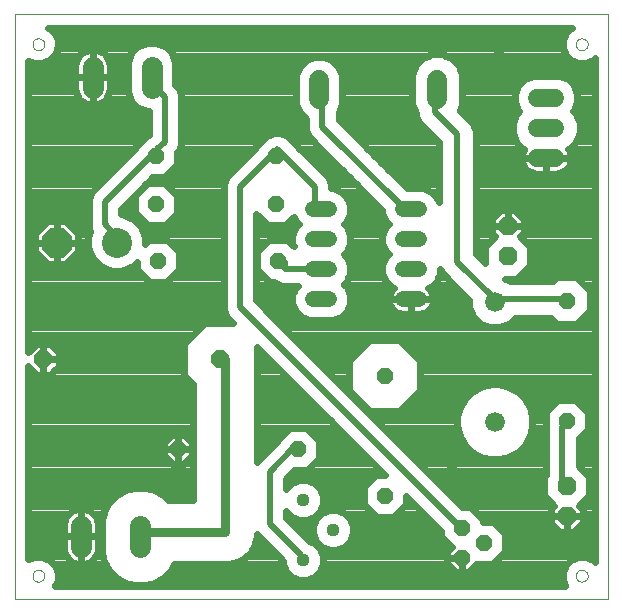
<source format=gtl>
G75*
G70*
%OFA0B0*%
%FSLAX24Y24*%
%IPPOS*%
%LPD*%
%AMOC8*
5,1,8,0,0,1.08239X$1,22.5*
%
%ADD10C,0.0000*%
%ADD11C,0.0520*%
%ADD12OC8,0.0600*%
%ADD13OC8,0.0630*%
%ADD14OC8,0.0520*%
%ADD15C,0.0600*%
%ADD16C,0.0660*%
%ADD17C,0.0650*%
%ADD18C,0.1000*%
%ADD19OC8,0.1000*%
%ADD20C,0.0440*%
%ADD21C,0.0705*%
%ADD22C,0.0240*%
%ADD23R,0.0356X0.0356*%
%ADD24C,0.0200*%
%ADD25C,0.0300*%
D10*
X000220Y000459D02*
X000220Y019955D01*
X019984Y019955D01*
X019984Y000459D01*
X000220Y000459D01*
X000810Y001247D02*
X000812Y001274D01*
X000818Y001301D01*
X000827Y001327D01*
X000840Y001351D01*
X000856Y001374D01*
X000875Y001393D01*
X000897Y001410D01*
X000921Y001424D01*
X000946Y001434D01*
X000973Y001441D01*
X001000Y001444D01*
X001028Y001443D01*
X001055Y001438D01*
X001081Y001430D01*
X001105Y001418D01*
X001128Y001402D01*
X001149Y001384D01*
X001166Y001363D01*
X001181Y001339D01*
X001192Y001314D01*
X001200Y001288D01*
X001204Y001261D01*
X001204Y001233D01*
X001200Y001206D01*
X001192Y001180D01*
X001181Y001155D01*
X001166Y001131D01*
X001149Y001110D01*
X001128Y001092D01*
X001106Y001076D01*
X001081Y001064D01*
X001055Y001056D01*
X001028Y001051D01*
X001000Y001050D01*
X000973Y001053D01*
X000946Y001060D01*
X000921Y001070D01*
X000897Y001084D01*
X000875Y001101D01*
X000856Y001120D01*
X000840Y001143D01*
X000827Y001167D01*
X000818Y001193D01*
X000812Y001220D01*
X000810Y001247D01*
X000810Y018963D02*
X000812Y018990D01*
X000818Y019017D01*
X000827Y019043D01*
X000840Y019067D01*
X000856Y019090D01*
X000875Y019109D01*
X000897Y019126D01*
X000921Y019140D01*
X000946Y019150D01*
X000973Y019157D01*
X001000Y019160D01*
X001028Y019159D01*
X001055Y019154D01*
X001081Y019146D01*
X001105Y019134D01*
X001128Y019118D01*
X001149Y019100D01*
X001166Y019079D01*
X001181Y019055D01*
X001192Y019030D01*
X001200Y019004D01*
X001204Y018977D01*
X001204Y018949D01*
X001200Y018922D01*
X001192Y018896D01*
X001181Y018871D01*
X001166Y018847D01*
X001149Y018826D01*
X001128Y018808D01*
X001106Y018792D01*
X001081Y018780D01*
X001055Y018772D01*
X001028Y018767D01*
X001000Y018766D01*
X000973Y018769D01*
X000946Y018776D01*
X000921Y018786D01*
X000897Y018800D01*
X000875Y018817D01*
X000856Y018836D01*
X000840Y018859D01*
X000827Y018883D01*
X000818Y018909D01*
X000812Y018936D01*
X000810Y018963D01*
X018921Y018963D02*
X018923Y018990D01*
X018929Y019017D01*
X018938Y019043D01*
X018951Y019067D01*
X018967Y019090D01*
X018986Y019109D01*
X019008Y019126D01*
X019032Y019140D01*
X019057Y019150D01*
X019084Y019157D01*
X019111Y019160D01*
X019139Y019159D01*
X019166Y019154D01*
X019192Y019146D01*
X019216Y019134D01*
X019239Y019118D01*
X019260Y019100D01*
X019277Y019079D01*
X019292Y019055D01*
X019303Y019030D01*
X019311Y019004D01*
X019315Y018977D01*
X019315Y018949D01*
X019311Y018922D01*
X019303Y018896D01*
X019292Y018871D01*
X019277Y018847D01*
X019260Y018826D01*
X019239Y018808D01*
X019217Y018792D01*
X019192Y018780D01*
X019166Y018772D01*
X019139Y018767D01*
X019111Y018766D01*
X019084Y018769D01*
X019057Y018776D01*
X019032Y018786D01*
X019008Y018800D01*
X018986Y018817D01*
X018967Y018836D01*
X018951Y018859D01*
X018938Y018883D01*
X018929Y018909D01*
X018923Y018936D01*
X018921Y018963D01*
X018921Y001247D02*
X018923Y001274D01*
X018929Y001301D01*
X018938Y001327D01*
X018951Y001351D01*
X018967Y001374D01*
X018986Y001393D01*
X019008Y001410D01*
X019032Y001424D01*
X019057Y001434D01*
X019084Y001441D01*
X019111Y001444D01*
X019139Y001443D01*
X019166Y001438D01*
X019192Y001430D01*
X019216Y001418D01*
X019239Y001402D01*
X019260Y001384D01*
X019277Y001363D01*
X019292Y001339D01*
X019303Y001314D01*
X019311Y001288D01*
X019315Y001261D01*
X019315Y001233D01*
X019311Y001206D01*
X019303Y001180D01*
X019292Y001155D01*
X019277Y001131D01*
X019260Y001110D01*
X019239Y001092D01*
X019217Y001076D01*
X019192Y001064D01*
X019166Y001056D01*
X019139Y001051D01*
X019111Y001050D01*
X019084Y001053D01*
X019057Y001060D01*
X019032Y001070D01*
X019008Y001084D01*
X018986Y001101D01*
X018967Y001120D01*
X018951Y001143D01*
X018938Y001167D01*
X018929Y001193D01*
X018923Y001220D01*
X018921Y001247D01*
D11*
X013693Y010459D02*
X013173Y010459D01*
X013173Y011459D02*
X013693Y011459D01*
X013693Y012459D02*
X013173Y012459D01*
X013173Y013459D02*
X013693Y013459D01*
X010693Y013459D02*
X010173Y013459D01*
X010173Y012459D02*
X010693Y012459D01*
X010693Y011459D02*
X010173Y011459D01*
X010173Y010459D02*
X010693Y010459D01*
D12*
X007064Y008459D03*
X001164Y008459D03*
D13*
X016645Y011908D03*
X016645Y012908D03*
X018614Y004235D03*
X018614Y003235D03*
D14*
X015864Y002353D03*
X015114Y001853D03*
X015114Y002853D03*
X012551Y003920D03*
X009657Y005459D03*
X012551Y007920D03*
X008996Y011751D03*
X008933Y013629D03*
X008933Y015247D03*
X004933Y015247D03*
X004933Y013629D03*
X004996Y011751D03*
X005657Y005459D03*
X018614Y006416D03*
X018614Y010416D03*
D15*
X018233Y015172D02*
X017633Y015172D01*
X017633Y016172D02*
X018233Y016172D01*
X018233Y017172D02*
X017633Y017172D01*
D16*
X016220Y010373D03*
X016220Y006373D03*
D17*
X014295Y017135D02*
X014295Y017784D01*
X010358Y017784D02*
X010358Y017135D01*
D18*
X003614Y012353D03*
D19*
X001614Y012353D03*
D20*
X009826Y003778D03*
X010826Y002778D03*
X009826Y001778D03*
D21*
X004393Y002205D02*
X004393Y002910D01*
X002425Y002910D02*
X002425Y002205D01*
X002811Y017516D02*
X002811Y018221D01*
X004779Y018221D02*
X004779Y017516D01*
D22*
X004259Y016916D02*
X000660Y016916D01*
X000660Y017154D02*
X002366Y017154D01*
X002374Y017143D02*
X002438Y017080D01*
X002510Y017027D01*
X002591Y016986D01*
X002676Y016958D01*
X002765Y016944D01*
X002811Y016944D01*
X002856Y016944D01*
X002945Y016958D01*
X003030Y016986D01*
X003111Y017027D01*
X003184Y017080D01*
X003247Y017143D01*
X003300Y017216D01*
X003341Y017297D01*
X003369Y017382D01*
X003383Y017471D01*
X003383Y017869D01*
X003383Y018266D01*
X003369Y018355D01*
X003341Y018441D01*
X003300Y018521D01*
X003247Y018594D01*
X003184Y018658D01*
X003111Y018711D01*
X003030Y018752D01*
X002945Y018780D01*
X002856Y018794D01*
X002811Y018794D01*
X002811Y017869D01*
X003383Y017869D01*
X002811Y017869D01*
X002811Y017869D01*
X002811Y017869D01*
X002811Y018794D01*
X002765Y018794D01*
X002676Y018780D01*
X002591Y018752D01*
X002510Y018711D01*
X002438Y018658D01*
X002374Y018594D01*
X002321Y018521D01*
X002280Y018441D01*
X002252Y018355D01*
X002238Y018266D01*
X002238Y017869D01*
X002811Y017869D01*
X002811Y016944D01*
X002811Y017869D01*
X002811Y017869D01*
X002811Y017869D01*
X002238Y017869D01*
X002238Y017471D01*
X002252Y017382D01*
X002280Y017297D01*
X002321Y017216D01*
X002374Y017143D01*
X002250Y017393D02*
X000660Y017393D01*
X000660Y017631D02*
X002238Y017631D01*
X002238Y017870D02*
X000660Y017870D01*
X000660Y018108D02*
X002238Y018108D01*
X002251Y018347D02*
X001183Y018347D01*
X001134Y018326D02*
X000881Y018326D01*
X000660Y018418D01*
X000660Y008691D01*
X000948Y008979D01*
X001164Y008979D01*
X001379Y008979D01*
X001684Y008675D01*
X001684Y008459D01*
X001164Y008459D01*
X001164Y008459D01*
X001164Y007939D01*
X001379Y007939D01*
X001684Y008244D01*
X001684Y008459D01*
X001164Y008459D01*
X001164Y008459D01*
X001164Y007939D01*
X000948Y007939D01*
X000660Y008228D01*
X000660Y001792D01*
X000881Y001884D01*
X001134Y001884D01*
X001368Y001787D01*
X001547Y001607D01*
X001644Y001373D01*
X001644Y001120D01*
X001553Y000899D01*
X018572Y000899D01*
X018481Y001120D01*
X018481Y001373D01*
X018578Y001607D01*
X018757Y001787D01*
X018991Y001884D01*
X019244Y001884D01*
X019478Y001787D01*
X019544Y001721D01*
X019544Y018489D01*
X019478Y018423D01*
X019244Y018326D01*
X018991Y018326D01*
X018757Y018423D01*
X018578Y018603D01*
X018481Y018837D01*
X018481Y019090D01*
X018578Y019324D01*
X018757Y019503D01*
X018786Y019515D01*
X001339Y019515D01*
X001368Y019503D01*
X001547Y019324D01*
X001644Y019090D01*
X001644Y018837D01*
X001547Y018603D01*
X001368Y018423D01*
X001134Y018326D01*
X000831Y018347D02*
X000660Y018347D01*
X001530Y018585D02*
X002367Y018585D01*
X002811Y018585D02*
X002811Y018585D01*
X002811Y018347D02*
X002811Y018347D01*
X002811Y018108D02*
X002811Y018108D01*
X002811Y017870D02*
X002811Y017870D01*
X002811Y017631D02*
X002811Y017631D01*
X002811Y017393D02*
X002811Y017393D01*
X002811Y017154D02*
X002811Y017154D01*
X003255Y017154D02*
X004071Y017154D01*
X004107Y017067D02*
X003987Y017359D01*
X003987Y018379D01*
X004107Y018670D01*
X004330Y018893D01*
X004621Y019014D01*
X004937Y019014D01*
X005228Y018893D01*
X005451Y018670D01*
X005572Y018379D01*
X005572Y017621D01*
X005678Y017515D01*
X005760Y017317D01*
X005760Y015602D01*
X005678Y015403D01*
X005633Y015358D01*
X005633Y014957D01*
X005223Y014547D01*
X004821Y014547D01*
X003760Y013486D01*
X003760Y013293D01*
X003801Y013293D01*
X004146Y013150D01*
X004411Y012885D01*
X004554Y012540D01*
X004554Y012299D01*
X004706Y012451D01*
X005286Y012451D01*
X005696Y012041D01*
X005696Y011461D01*
X005286Y011051D01*
X004706Y011051D01*
X004296Y011461D01*
X004296Y011706D01*
X004146Y011556D01*
X003801Y011413D01*
X003427Y011413D01*
X003081Y011556D01*
X002817Y011821D01*
X002674Y012166D01*
X002674Y012540D01*
X002741Y012704D01*
X002680Y012852D01*
X002680Y013817D01*
X002762Y014015D01*
X002914Y014167D01*
X004233Y015486D01*
X004233Y015537D01*
X004643Y015947D01*
X004680Y015947D01*
X004680Y016724D01*
X004621Y016724D01*
X004330Y016844D01*
X004107Y017067D01*
X003987Y017393D02*
X003371Y017393D01*
X003383Y017631D02*
X003987Y017631D01*
X003987Y017870D02*
X003383Y017870D01*
X003383Y018108D02*
X003987Y018108D01*
X003987Y018347D02*
X003370Y018347D01*
X003254Y018585D02*
X004072Y018585D01*
X004261Y018824D02*
X001639Y018824D01*
X001644Y019062D02*
X018481Y019062D01*
X018486Y018824D02*
X005297Y018824D01*
X005486Y018585D02*
X014022Y018585D01*
X014127Y018629D02*
X013816Y018500D01*
X013579Y018263D01*
X013450Y017952D01*
X013450Y016966D01*
X013579Y016656D01*
X013600Y016635D01*
X013600Y016586D01*
X013694Y016358D01*
X013869Y016184D01*
X014350Y015703D01*
X014350Y013701D01*
X014286Y013856D01*
X014089Y014053D01*
X013832Y014159D01*
X013284Y014159D01*
X011010Y016433D01*
X011010Y016711D01*
X011123Y016982D01*
X011123Y017936D01*
X011006Y018217D01*
X010791Y018432D01*
X010510Y018549D01*
X010206Y018549D01*
X009925Y018432D01*
X009709Y018217D01*
X009593Y017936D01*
X009593Y016982D01*
X009709Y016701D01*
X009925Y016486D01*
X009930Y016484D01*
X009930Y016102D01*
X010012Y015903D01*
X010164Y015752D01*
X012473Y013443D01*
X012473Y013320D01*
X012579Y013063D01*
X012683Y012959D01*
X012579Y012856D01*
X012473Y012599D01*
X012473Y012320D01*
X012579Y012063D01*
X012683Y011959D01*
X012579Y011856D01*
X012473Y011599D01*
X012473Y011320D01*
X012579Y011063D01*
X012776Y010866D01*
X012865Y010829D01*
X012860Y010825D01*
X012806Y010772D01*
X012762Y010711D01*
X012728Y010644D01*
X012704Y010572D01*
X012693Y010497D01*
X012693Y010459D01*
X012693Y010422D01*
X012704Y010347D01*
X012728Y010275D01*
X012762Y010208D01*
X012806Y010147D01*
X012860Y010093D01*
X012921Y010049D01*
X012988Y010014D01*
X013060Y009991D01*
X013135Y009979D01*
X013433Y009979D01*
X013730Y009979D01*
X013805Y009991D01*
X013877Y010014D01*
X013944Y010049D01*
X014005Y010093D01*
X014059Y010147D01*
X014103Y010208D01*
X014137Y010275D01*
X014161Y010347D01*
X014173Y010422D01*
X014173Y010459D01*
X013433Y010459D01*
X013433Y010459D01*
X013433Y009979D01*
X013433Y010459D01*
X013433Y010459D01*
X014173Y010459D01*
X014173Y010497D01*
X014161Y010572D01*
X014137Y010644D01*
X014103Y010711D01*
X014059Y010772D01*
X014005Y010825D01*
X014000Y010829D01*
X014089Y010866D01*
X014286Y011063D01*
X014393Y011320D01*
X014393Y011483D01*
X014444Y011358D01*
X014619Y011184D01*
X015370Y010433D01*
X015370Y010204D01*
X015499Y009891D01*
X015739Y009652D01*
X016051Y009523D01*
X016389Y009523D01*
X016701Y009652D01*
X016889Y009839D01*
X018087Y009839D01*
X018291Y009636D01*
X018937Y009636D01*
X019394Y010093D01*
X019394Y010739D01*
X018937Y011196D01*
X018291Y011196D01*
X018174Y011079D01*
X016715Y011079D01*
X016701Y011093D01*
X016557Y011153D01*
X016958Y011153D01*
X017400Y011595D01*
X017400Y012221D01*
X017057Y012564D01*
X017180Y012687D01*
X017180Y012908D01*
X016645Y012908D01*
X016110Y012908D01*
X016110Y012687D01*
X016233Y012564D01*
X015890Y012221D01*
X015890Y011666D01*
X015590Y011966D01*
X015590Y016083D01*
X015496Y016311D01*
X015321Y016485D01*
X015052Y016754D01*
X015140Y016966D01*
X015140Y017952D01*
X015011Y018263D01*
X014773Y018500D01*
X014463Y018629D01*
X014127Y018629D01*
X014568Y018585D02*
X018595Y018585D01*
X018942Y018347D02*
X014927Y018347D01*
X015075Y018108D02*
X019544Y018108D01*
X019544Y017870D02*
X018481Y017870D01*
X018380Y017912D02*
X017485Y017912D01*
X017213Y017799D01*
X017005Y017591D01*
X016893Y017319D01*
X016893Y017025D01*
X017005Y016753D01*
X017030Y016728D01*
X016937Y016636D01*
X016813Y016335D01*
X016813Y016009D01*
X016937Y015707D01*
X017168Y015477D01*
X017201Y015463D01*
X017188Y015444D01*
X017151Y015372D01*
X017125Y015294D01*
X017113Y015213D01*
X017113Y015172D01*
X017933Y015172D01*
X018753Y015172D01*
X018753Y015213D01*
X018740Y015294D01*
X018715Y015372D01*
X018677Y015444D01*
X018664Y015463D01*
X018697Y015477D01*
X018928Y015707D01*
X019053Y016009D01*
X019053Y016335D01*
X018928Y016636D01*
X018836Y016728D01*
X018860Y016753D01*
X018973Y017025D01*
X018973Y017319D01*
X018860Y017591D01*
X018652Y017799D01*
X018380Y017912D01*
X018820Y017631D02*
X019544Y017631D01*
X019544Y017393D02*
X018942Y017393D01*
X018973Y017154D02*
X019544Y017154D01*
X019544Y016916D02*
X018927Y016916D01*
X018887Y016677D02*
X019544Y016677D01*
X019544Y016439D02*
X019010Y016439D01*
X019053Y016200D02*
X019544Y016200D01*
X019544Y015962D02*
X019033Y015962D01*
X018934Y015723D02*
X019544Y015723D01*
X019544Y015485D02*
X018705Y015485D01*
X018747Y015246D02*
X019544Y015246D01*
X019544Y015008D02*
X018726Y015008D01*
X018715Y014972D02*
X018740Y015050D01*
X018753Y015131D01*
X018753Y015172D01*
X017933Y015172D01*
X017933Y015172D01*
X017933Y014652D01*
X018274Y014652D01*
X018354Y014665D01*
X018432Y014690D01*
X018505Y014727D01*
X018571Y014775D01*
X018629Y014833D01*
X018677Y014899D01*
X018715Y014972D01*
X018563Y014769D02*
X019544Y014769D01*
X019544Y014531D02*
X015590Y014531D01*
X015590Y014769D02*
X017302Y014769D01*
X017294Y014775D02*
X017360Y014727D01*
X017433Y014690D01*
X017511Y014665D01*
X017592Y014652D01*
X017933Y014652D01*
X017933Y015172D01*
X017933Y015172D01*
X017933Y015172D01*
X017113Y015172D01*
X017113Y015131D01*
X017125Y015050D01*
X017151Y014972D01*
X017188Y014899D01*
X017236Y014833D01*
X017294Y014775D01*
X017139Y015008D02*
X015590Y015008D01*
X015590Y015246D02*
X017118Y015246D01*
X017160Y015485D02*
X015590Y015485D01*
X015590Y015723D02*
X016931Y015723D01*
X016832Y015962D02*
X015590Y015962D01*
X015541Y016200D02*
X016813Y016200D01*
X016856Y016439D02*
X015367Y016439D01*
X015321Y016485D02*
X015321Y016485D01*
X015129Y016677D02*
X016978Y016677D01*
X016938Y016916D02*
X015119Y016916D01*
X015140Y017154D02*
X016893Y017154D01*
X016923Y017393D02*
X015140Y017393D01*
X015140Y017631D02*
X017046Y017631D01*
X017384Y017870D02*
X015140Y017870D01*
X013663Y018347D02*
X010877Y018347D01*
X011051Y018108D02*
X013515Y018108D01*
X013450Y017870D02*
X011123Y017870D01*
X011123Y017631D02*
X013450Y017631D01*
X013450Y017393D02*
X011123Y017393D01*
X011123Y017154D02*
X013450Y017154D01*
X013471Y016916D02*
X011095Y016916D01*
X011010Y016677D02*
X013570Y016677D01*
X013661Y016439D02*
X011010Y016439D01*
X011243Y016200D02*
X013852Y016200D01*
X013869Y016184D02*
X013869Y016184D01*
X014091Y015962D02*
X011481Y015962D01*
X011720Y015723D02*
X014329Y015723D01*
X014350Y015485D02*
X011958Y015485D01*
X012197Y015246D02*
X014350Y015246D01*
X014350Y015008D02*
X012435Y015008D01*
X012674Y014769D02*
X014350Y014769D01*
X014350Y014531D02*
X012912Y014531D01*
X013151Y014292D02*
X014350Y014292D01*
X014350Y014054D02*
X014086Y014054D01*
X014303Y013815D02*
X014350Y013815D01*
X015590Y013815D02*
X019544Y013815D01*
X019544Y013577D02*
X015590Y013577D01*
X015590Y013338D02*
X016319Y013338D01*
X016424Y013443D02*
X016110Y013130D01*
X016110Y012908D01*
X016645Y012908D01*
X016645Y012908D01*
X016645Y013443D01*
X016424Y013443D01*
X016645Y013443D02*
X016645Y012908D01*
X016645Y012908D01*
X016645Y012908D01*
X017180Y012908D01*
X017180Y013130D01*
X016867Y013443D01*
X016645Y013443D01*
X016645Y013338D02*
X016645Y013338D01*
X016645Y013100D02*
X016645Y013100D01*
X016972Y013338D02*
X019544Y013338D01*
X019544Y013100D02*
X017180Y013100D01*
X017180Y012861D02*
X019544Y012861D01*
X019544Y012623D02*
X017116Y012623D01*
X017237Y012384D02*
X019544Y012384D01*
X019544Y012146D02*
X017400Y012146D01*
X017400Y011907D02*
X019544Y011907D01*
X019544Y011669D02*
X017400Y011669D01*
X017235Y011430D02*
X019544Y011430D01*
X019544Y011192D02*
X018941Y011192D01*
X019179Y010953D02*
X019544Y010953D01*
X019544Y010715D02*
X019394Y010715D01*
X019394Y010476D02*
X019544Y010476D01*
X019544Y010238D02*
X019394Y010238D01*
X019300Y009999D02*
X019544Y009999D01*
X019544Y009761D02*
X019062Y009761D01*
X019544Y009522D02*
X009171Y009522D01*
X009409Y009284D02*
X019544Y009284D01*
X019544Y009045D02*
X013094Y009045D01*
X013039Y009100D02*
X012062Y009100D01*
X011371Y008409D01*
X011371Y007431D01*
X012062Y006740D01*
X013039Y006740D01*
X013731Y007431D01*
X013731Y008409D01*
X013039Y009100D01*
X013333Y008807D02*
X019544Y008807D01*
X019544Y008568D02*
X013571Y008568D01*
X013731Y008330D02*
X019544Y008330D01*
X019544Y008091D02*
X013731Y008091D01*
X013731Y007853D02*
X019544Y007853D01*
X019544Y007614D02*
X016416Y007614D01*
X016385Y007623D02*
X016055Y007623D01*
X015738Y007538D01*
X015452Y007373D01*
X015220Y007140D01*
X015055Y006855D01*
X014970Y006537D01*
X014970Y006208D01*
X015055Y005890D01*
X015220Y005605D01*
X015452Y005372D01*
X015738Y005208D01*
X016055Y005123D01*
X016385Y005123D01*
X016702Y005208D01*
X016988Y005372D01*
X017220Y005605D01*
X017385Y005890D01*
X017470Y006208D01*
X017470Y006537D01*
X017385Y006855D01*
X017220Y007140D01*
X016988Y007373D01*
X016702Y007538D01*
X016385Y007623D01*
X016024Y007614D02*
X013731Y007614D01*
X013675Y007376D02*
X015457Y007376D01*
X015218Y007137D02*
X013437Y007137D01*
X013198Y006899D02*
X015080Y006899D01*
X015003Y006660D02*
X012033Y006660D01*
X011903Y006899D02*
X011794Y006899D01*
X011665Y007137D02*
X011556Y007137D01*
X011426Y007376D02*
X011317Y007376D01*
X011371Y007614D02*
X011079Y007614D01*
X010840Y007853D02*
X011371Y007853D01*
X011371Y008091D02*
X010602Y008091D01*
X010363Y008330D02*
X011371Y008330D01*
X011530Y008568D02*
X010125Y008568D01*
X009886Y008807D02*
X011769Y008807D01*
X012007Y009045D02*
X009648Y009045D01*
X010030Y009761D02*
X008932Y009761D01*
X008694Y009999D02*
X009643Y009999D01*
X009579Y010063D02*
X009776Y009866D01*
X010033Y009759D01*
X010832Y009759D01*
X011089Y009866D01*
X011286Y010063D01*
X011393Y010320D01*
X011393Y010599D01*
X011286Y010856D01*
X011183Y010959D01*
X011286Y011063D01*
X011393Y011320D01*
X011393Y011599D01*
X011286Y011856D01*
X011183Y011959D01*
X011286Y012063D01*
X011393Y012320D01*
X011393Y012599D01*
X011286Y012856D01*
X011183Y012959D01*
X011286Y013063D01*
X011393Y013320D01*
X011393Y013599D01*
X011286Y013856D01*
X011089Y014053D01*
X010832Y014159D01*
X010760Y014159D01*
X010760Y014317D01*
X010678Y014515D01*
X009385Y015808D01*
X009351Y015857D01*
X009310Y015883D01*
X009276Y015917D01*
X009235Y015934D01*
X009223Y015947D01*
X009210Y015947D01*
X009169Y015973D01*
X009122Y015981D01*
X009077Y015999D01*
X009017Y015999D01*
X008958Y016010D01*
X008911Y015999D01*
X008863Y015999D01*
X008807Y015976D01*
X008748Y015963D01*
X008725Y015947D01*
X008643Y015947D01*
X008233Y015537D01*
X008233Y015486D01*
X007262Y014515D01*
X007180Y014317D01*
X007180Y010102D01*
X007262Y009903D01*
X007414Y009752D01*
X007486Y009679D01*
X006558Y009679D01*
X005844Y008965D01*
X005844Y007954D01*
X006150Y007648D01*
X006150Y003779D01*
X005324Y003779D01*
X005175Y003929D01*
X004884Y004096D01*
X004561Y004183D01*
X004226Y004183D01*
X003902Y004096D01*
X003612Y003929D01*
X003375Y003692D01*
X003207Y003401D01*
X003121Y003078D01*
X003121Y002038D01*
X003207Y001714D01*
X003375Y001424D01*
X003612Y001187D01*
X003902Y001019D01*
X004226Y000933D01*
X004561Y000933D01*
X004884Y001019D01*
X005175Y001187D01*
X005411Y001424D01*
X005536Y001639D01*
X007361Y001639D01*
X007633Y001712D01*
X007877Y001853D01*
X008076Y002052D01*
X008217Y002296D01*
X008290Y002568D01*
X008290Y002626D01*
X008414Y002502D01*
X009166Y001749D01*
X009166Y001647D01*
X009267Y001404D01*
X009452Y001219D01*
X009695Y001118D01*
X009958Y001118D01*
X010200Y001219D01*
X010386Y001404D01*
X010486Y001647D01*
X010486Y001910D01*
X010386Y002152D01*
X010200Y002338D01*
X010038Y002405D01*
X009260Y003183D01*
X009260Y003421D01*
X009267Y003404D01*
X009452Y003219D01*
X009695Y003118D01*
X009958Y003118D01*
X010200Y003219D01*
X010386Y003404D01*
X010486Y003647D01*
X010486Y003910D01*
X010386Y004152D01*
X010200Y004338D01*
X009958Y004438D01*
X009695Y004438D01*
X009452Y004338D01*
X009267Y004152D01*
X009260Y004136D01*
X009260Y004486D01*
X009534Y004759D01*
X009947Y004759D01*
X010357Y005169D01*
X010357Y005749D01*
X009947Y006159D01*
X009367Y006159D01*
X008957Y005749D01*
X008957Y005710D01*
X008290Y005043D01*
X008290Y008600D01*
X008284Y008624D01*
X008284Y008882D01*
X012546Y004620D01*
X012261Y004620D01*
X011851Y004210D01*
X011851Y003630D01*
X012261Y003220D01*
X012841Y003220D01*
X013251Y003630D01*
X013251Y003915D01*
X014414Y002752D01*
X014414Y002563D01*
X014779Y002197D01*
X014634Y002052D01*
X014634Y001853D01*
X014634Y001654D01*
X014915Y001373D01*
X015114Y001373D01*
X015313Y001373D01*
X015593Y001653D01*
X016154Y001653D01*
X016564Y002063D01*
X016564Y002643D01*
X016154Y003053D01*
X015814Y003053D01*
X015814Y003143D01*
X015404Y003553D01*
X015140Y003553D01*
X008260Y010433D01*
X008260Y013311D01*
X008643Y012929D01*
X009223Y012929D01*
X009514Y013220D01*
X009579Y013063D01*
X009683Y012959D01*
X009579Y012856D01*
X009473Y012599D01*
X009473Y012320D01*
X009513Y012224D01*
X009286Y012451D01*
X008706Y012451D01*
X008296Y012041D01*
X008296Y011461D01*
X008706Y011051D01*
X008865Y011051D01*
X008914Y011002D01*
X009113Y010919D01*
X009643Y010919D01*
X009579Y010856D01*
X009473Y010599D01*
X009473Y010320D01*
X009579Y010063D01*
X009507Y010238D02*
X008455Y010238D01*
X008260Y010476D02*
X009473Y010476D01*
X009521Y010715D02*
X008260Y010715D01*
X008260Y010953D02*
X009030Y010953D01*
X008564Y011192D02*
X008260Y011192D01*
X008260Y011430D02*
X008326Y011430D01*
X008296Y011669D02*
X008260Y011669D01*
X008260Y011907D02*
X008296Y011907D01*
X008260Y012146D02*
X008401Y012146D01*
X008260Y012384D02*
X008639Y012384D01*
X008260Y012623D02*
X009483Y012623D01*
X009473Y012384D02*
X009352Y012384D01*
X009585Y012861D02*
X008260Y012861D01*
X008260Y013100D02*
X008471Y013100D01*
X009394Y013100D02*
X009564Y013100D01*
X010760Y014292D02*
X011623Y014292D01*
X011862Y014054D02*
X011086Y014054D01*
X011303Y013815D02*
X012100Y013815D01*
X012339Y013577D02*
X011393Y013577D01*
X011393Y013338D02*
X012473Y013338D01*
X012564Y013100D02*
X011301Y013100D01*
X011281Y012861D02*
X012585Y012861D01*
X012483Y012623D02*
X011383Y012623D01*
X011393Y012384D02*
X012473Y012384D01*
X012545Y012146D02*
X011320Y012146D01*
X011235Y011907D02*
X012631Y011907D01*
X012502Y011669D02*
X011363Y011669D01*
X011393Y011430D02*
X012473Y011430D01*
X012526Y011192D02*
X011339Y011192D01*
X011189Y010953D02*
X012689Y010953D01*
X012765Y010715D02*
X011344Y010715D01*
X011393Y010476D02*
X012693Y010476D01*
X012693Y010459D02*
X013433Y010459D01*
X012693Y010459D01*
X012747Y010238D02*
X011359Y010238D01*
X011223Y009999D02*
X013035Y009999D01*
X013433Y009999D02*
X013433Y009999D01*
X013433Y010238D02*
X013433Y010238D01*
X013433Y010459D02*
X013433Y010459D01*
X013830Y009999D02*
X015455Y009999D01*
X015370Y010238D02*
X014118Y010238D01*
X014173Y010476D02*
X015326Y010476D01*
X015088Y010715D02*
X014100Y010715D01*
X014177Y010953D02*
X014849Y010953D01*
X014611Y011192D02*
X014339Y011192D01*
X014393Y011430D02*
X014414Y011430D01*
X015649Y011907D02*
X015890Y011907D01*
X015887Y011669D02*
X015890Y011669D01*
X015890Y012146D02*
X015590Y012146D01*
X015590Y012384D02*
X016054Y012384D01*
X016174Y012623D02*
X015590Y012623D01*
X015590Y012861D02*
X016110Y012861D01*
X016110Y013100D02*
X015590Y013100D01*
X015590Y014054D02*
X019544Y014054D01*
X019544Y014292D02*
X015590Y014292D01*
X017933Y014769D02*
X017933Y014769D01*
X017933Y015008D02*
X017933Y015008D01*
X019294Y018347D02*
X019544Y018347D01*
X018568Y019301D02*
X001557Y019301D01*
X000660Y016677D02*
X004680Y016677D01*
X004680Y016439D02*
X000660Y016439D01*
X000660Y016200D02*
X004680Y016200D01*
X004680Y015962D02*
X000660Y015962D01*
X000660Y015723D02*
X004419Y015723D01*
X004232Y015485D02*
X000660Y015485D01*
X000660Y015246D02*
X003993Y015246D01*
X003755Y015008D02*
X000660Y015008D01*
X000660Y014769D02*
X003516Y014769D01*
X003278Y014531D02*
X000660Y014531D01*
X000660Y014292D02*
X003039Y014292D01*
X002801Y014054D02*
X000660Y014054D01*
X000660Y013815D02*
X002680Y013815D01*
X002680Y013577D02*
X000660Y013577D01*
X000660Y013338D02*
X002680Y013338D01*
X002680Y013100D02*
X000660Y013100D01*
X000660Y012861D02*
X001104Y012861D01*
X000894Y012651D02*
X000894Y012353D01*
X000894Y012055D01*
X001315Y011633D01*
X001614Y011633D01*
X001912Y011633D01*
X002334Y012055D01*
X002334Y012353D01*
X002334Y012651D01*
X001912Y013073D01*
X001614Y013073D01*
X001614Y012353D01*
X001614Y012353D01*
X002334Y012353D01*
X001614Y012353D01*
X001614Y011633D01*
X001614Y012353D01*
X001614Y012353D01*
X001614Y012353D01*
X001614Y013073D01*
X001315Y013073D01*
X000894Y012651D01*
X000894Y012623D02*
X000660Y012623D01*
X000660Y012384D02*
X000894Y012384D01*
X000894Y012353D02*
X001614Y012353D01*
X000894Y012353D01*
X000894Y012146D02*
X000660Y012146D01*
X000660Y011907D02*
X001041Y011907D01*
X001280Y011669D02*
X000660Y011669D01*
X000660Y011430D02*
X003385Y011430D01*
X002969Y011669D02*
X001948Y011669D01*
X001614Y011669D02*
X001614Y011669D01*
X001614Y011907D02*
X001614Y011907D01*
X001614Y012146D02*
X001614Y012146D01*
X001614Y012353D02*
X001614Y012353D01*
X001614Y012384D02*
X001614Y012384D01*
X001614Y012623D02*
X001614Y012623D01*
X001614Y012861D02*
X001614Y012861D01*
X002124Y012861D02*
X002680Y012861D01*
X002708Y012623D02*
X002334Y012623D01*
X002334Y012384D02*
X002674Y012384D01*
X002682Y012146D02*
X002334Y012146D01*
X002186Y011907D02*
X002781Y011907D01*
X003842Y011430D02*
X004326Y011430D01*
X004296Y011669D02*
X004259Y011669D01*
X004564Y011192D02*
X000660Y011192D01*
X000660Y010953D02*
X007180Y010953D01*
X007180Y010715D02*
X000660Y010715D01*
X000660Y010476D02*
X007180Y010476D01*
X007180Y010238D02*
X000660Y010238D01*
X000660Y009999D02*
X007222Y009999D01*
X007405Y009761D02*
X000660Y009761D01*
X000660Y009522D02*
X006401Y009522D01*
X006163Y009284D02*
X000660Y009284D01*
X000660Y009045D02*
X005924Y009045D01*
X005844Y008807D02*
X001552Y008807D01*
X001684Y008568D02*
X005844Y008568D01*
X005844Y008330D02*
X001684Y008330D01*
X001531Y008091D02*
X005844Y008091D01*
X005945Y007853D02*
X000660Y007853D01*
X000660Y008091D02*
X000796Y008091D01*
X001164Y008091D02*
X001164Y008091D01*
X001164Y008330D02*
X001164Y008330D01*
X001164Y008459D02*
X001164Y008979D01*
X001164Y008459D01*
X001164Y008459D01*
X001164Y008568D02*
X001164Y008568D01*
X001164Y008807D02*
X001164Y008807D01*
X000776Y008807D02*
X000660Y008807D01*
X000660Y007614D02*
X006150Y007614D01*
X006150Y007376D02*
X000660Y007376D01*
X000660Y007137D02*
X006150Y007137D01*
X006150Y006899D02*
X000660Y006899D01*
X000660Y006660D02*
X006150Y006660D01*
X006150Y006422D02*
X000660Y006422D01*
X000660Y006183D02*
X006150Y006183D01*
X006150Y005945D02*
X000660Y005945D01*
X000660Y005706D02*
X005225Y005706D01*
X005177Y005658D02*
X005177Y005459D01*
X005177Y005261D01*
X005458Y004979D01*
X005657Y004979D01*
X005657Y005459D01*
X005657Y004979D01*
X005856Y004979D01*
X006137Y005261D01*
X006137Y005459D01*
X005657Y005459D01*
X005657Y005459D01*
X005657Y005459D01*
X005177Y005459D01*
X005657Y005459D01*
X005657Y005459D01*
X006137Y005459D01*
X006137Y005658D01*
X005856Y005939D01*
X005657Y005939D01*
X005458Y005939D01*
X005177Y005658D01*
X005177Y005468D02*
X000660Y005468D01*
X000660Y005229D02*
X005208Y005229D01*
X005447Y004991D02*
X000660Y004991D01*
X000660Y004752D02*
X006150Y004752D01*
X006150Y004514D02*
X000660Y004514D01*
X000660Y004275D02*
X006150Y004275D01*
X006150Y004037D02*
X004987Y004037D01*
X005305Y003798D02*
X006150Y003798D01*
X006150Y004991D02*
X005867Y004991D01*
X005657Y004991D02*
X005657Y004991D01*
X005657Y005229D02*
X005657Y005229D01*
X005657Y005459D02*
X005657Y005939D01*
X005657Y005459D01*
X005657Y005459D01*
X005657Y005468D02*
X005657Y005468D01*
X005657Y005706D02*
X005657Y005706D01*
X006089Y005706D02*
X006150Y005706D01*
X006137Y005468D02*
X006150Y005468D01*
X006150Y005229D02*
X006106Y005229D01*
X008290Y005229D02*
X008476Y005229D01*
X008290Y005468D02*
X008715Y005468D01*
X008953Y005706D02*
X008290Y005706D01*
X008290Y005945D02*
X009153Y005945D01*
X008290Y006183D02*
X010982Y006183D01*
X011221Y005945D02*
X010161Y005945D01*
X010357Y005706D02*
X011459Y005706D01*
X011698Y005468D02*
X010357Y005468D01*
X010357Y005229D02*
X011936Y005229D01*
X012175Y004991D02*
X010178Y004991D01*
X009527Y004752D02*
X012413Y004752D01*
X012155Y004514D02*
X009288Y004514D01*
X009260Y004275D02*
X009390Y004275D01*
X010263Y004275D02*
X011916Y004275D01*
X011851Y004037D02*
X010434Y004037D01*
X010486Y003798D02*
X011851Y003798D01*
X011921Y003560D02*
X010450Y003560D01*
X010452Y003338D02*
X010267Y003152D01*
X010166Y002910D01*
X010166Y002647D01*
X010267Y002404D01*
X010452Y002219D01*
X010695Y002118D01*
X010958Y002118D01*
X011200Y002219D01*
X011386Y002404D01*
X011486Y002647D01*
X011486Y002910D01*
X011386Y003152D01*
X011200Y003338D01*
X010958Y003438D01*
X010695Y003438D01*
X010452Y003338D01*
X010436Y003321D02*
X010303Y003321D01*
X010238Y003083D02*
X009360Y003083D01*
X009350Y003321D02*
X009260Y003321D01*
X009599Y002844D02*
X010166Y002844D01*
X010183Y002606D02*
X009837Y002606D01*
X010129Y002367D02*
X010304Y002367D01*
X010395Y002129D02*
X010669Y002129D01*
X010486Y001890D02*
X014634Y001890D01*
X014634Y001853D02*
X015114Y001853D01*
X015114Y001373D01*
X015114Y001853D01*
X015114Y001853D01*
X014634Y001853D01*
X014636Y001652D02*
X010486Y001652D01*
X010390Y001413D02*
X014875Y001413D01*
X015114Y001413D02*
X015114Y001413D01*
X015353Y001413D02*
X018497Y001413D01*
X018481Y001175D02*
X010094Y001175D01*
X009558Y001175D02*
X005153Y001175D01*
X005401Y001413D02*
X009263Y001413D01*
X009166Y001652D02*
X007408Y001652D01*
X007914Y001890D02*
X009025Y001890D01*
X008787Y002129D02*
X008120Y002129D01*
X008236Y002367D02*
X008548Y002367D01*
X008310Y002606D02*
X008290Y002606D01*
X010983Y002129D02*
X014711Y002129D01*
X014609Y002367D02*
X011349Y002367D01*
X011469Y002606D02*
X014414Y002606D01*
X014321Y002844D02*
X011486Y002844D01*
X011415Y003083D02*
X014083Y003083D01*
X013844Y003321D02*
X012942Y003321D01*
X013181Y003560D02*
X013606Y003560D01*
X013367Y003798D02*
X013251Y003798D01*
X014179Y004514D02*
X017859Y004514D01*
X017859Y004548D02*
X017859Y003922D01*
X018202Y003579D01*
X018079Y003457D01*
X018079Y003235D01*
X018614Y003235D01*
X019149Y003235D01*
X019149Y003457D01*
X019026Y003579D01*
X019369Y003922D01*
X019369Y004548D01*
X019010Y004906D01*
X019010Y005822D01*
X019314Y006126D01*
X019314Y006706D01*
X018904Y007116D01*
X018324Y007116D01*
X017914Y006706D01*
X017914Y006126D01*
X017930Y006110D01*
X017930Y004619D01*
X017859Y004548D01*
X017930Y004752D02*
X013941Y004752D01*
X013702Y004991D02*
X017930Y004991D01*
X017930Y005229D02*
X016740Y005229D01*
X017083Y005468D02*
X017930Y005468D01*
X017930Y005706D02*
X017279Y005706D01*
X017399Y005945D02*
X017930Y005945D01*
X017914Y006183D02*
X017463Y006183D01*
X017470Y006422D02*
X017914Y006422D01*
X017914Y006660D02*
X017437Y006660D01*
X017360Y006899D02*
X018107Y006899D01*
X017222Y007137D02*
X019544Y007137D01*
X019544Y007376D02*
X016983Y007376D01*
X015161Y005706D02*
X012987Y005706D01*
X012748Y005945D02*
X015041Y005945D01*
X014977Y006183D02*
X012510Y006183D01*
X012271Y006422D02*
X014970Y006422D01*
X015357Y005468D02*
X013225Y005468D01*
X013464Y005229D02*
X015700Y005229D01*
X014656Y004037D02*
X017859Y004037D01*
X017859Y004275D02*
X014418Y004275D01*
X014895Y003798D02*
X017983Y003798D01*
X018182Y003560D02*
X015133Y003560D01*
X015635Y003321D02*
X018079Y003321D01*
X018079Y003235D02*
X018079Y003013D01*
X018392Y002700D01*
X018614Y002700D01*
X018835Y002700D01*
X019149Y003013D01*
X019149Y003235D01*
X018614Y003235D01*
X018614Y003235D01*
X018614Y002700D01*
X018614Y003235D01*
X018614Y003235D01*
X018614Y003235D01*
X018079Y003235D01*
X018079Y003083D02*
X015814Y003083D01*
X016362Y002844D02*
X018248Y002844D01*
X018614Y002844D02*
X018614Y002844D01*
X018614Y003083D02*
X018614Y003083D01*
X018980Y002844D02*
X019544Y002844D01*
X019544Y002606D02*
X016564Y002606D01*
X016564Y002367D02*
X019544Y002367D01*
X019544Y002129D02*
X016564Y002129D01*
X016391Y001890D02*
X019544Y001890D01*
X018622Y001652D02*
X015591Y001652D01*
X015114Y001652D02*
X015114Y001652D01*
X015114Y001853D02*
X015114Y001853D01*
X012159Y003321D02*
X011217Y003321D01*
X010744Y006422D02*
X008290Y006422D01*
X008290Y006660D02*
X010505Y006660D01*
X010267Y006899D02*
X008290Y006899D01*
X008290Y007137D02*
X010028Y007137D01*
X009790Y007376D02*
X008290Y007376D01*
X008290Y007614D02*
X009551Y007614D01*
X009313Y007853D02*
X008290Y007853D01*
X008290Y008091D02*
X009074Y008091D01*
X008836Y008330D02*
X008290Y008330D01*
X008290Y008568D02*
X008597Y008568D01*
X008359Y008807D02*
X008284Y008807D01*
X007180Y011192D02*
X005427Y011192D01*
X005665Y011430D02*
X007180Y011430D01*
X007180Y011669D02*
X005696Y011669D01*
X005696Y011907D02*
X007180Y011907D01*
X007180Y012146D02*
X005590Y012146D01*
X005352Y012384D02*
X007180Y012384D01*
X007180Y012623D02*
X004519Y012623D01*
X004554Y012384D02*
X004639Y012384D01*
X004421Y012861D02*
X007180Y012861D01*
X007180Y013100D02*
X005394Y013100D01*
X005223Y012929D02*
X005633Y013339D01*
X005633Y013919D01*
X005223Y014329D01*
X004643Y014329D01*
X004233Y013919D01*
X004233Y013339D01*
X004643Y012929D01*
X005223Y012929D01*
X005632Y013338D02*
X007180Y013338D01*
X007180Y013577D02*
X005633Y013577D01*
X005633Y013815D02*
X007180Y013815D01*
X007180Y014054D02*
X005497Y014054D01*
X005259Y014292D02*
X007180Y014292D01*
X007278Y014531D02*
X004805Y014531D01*
X004606Y014292D02*
X004567Y014292D01*
X004368Y014054D02*
X004328Y014054D01*
X004233Y013815D02*
X004090Y013815D01*
X004233Y013577D02*
X003851Y013577D01*
X003760Y013338D02*
X004233Y013338D01*
X004196Y013100D02*
X004471Y013100D01*
X005445Y014769D02*
X007516Y014769D01*
X007755Y015008D02*
X005633Y015008D01*
X005633Y015246D02*
X007993Y015246D01*
X008232Y015485D02*
X005712Y015485D01*
X005760Y015723D02*
X008419Y015723D01*
X008746Y015962D02*
X005760Y015962D01*
X005760Y016200D02*
X009930Y016200D01*
X009930Y016439D02*
X005760Y016439D01*
X005760Y016677D02*
X009733Y016677D01*
X009621Y016916D02*
X005760Y016916D01*
X005760Y017154D02*
X009593Y017154D01*
X009593Y017393D02*
X005728Y017393D01*
X005572Y017631D02*
X009593Y017631D01*
X009593Y017870D02*
X005572Y017870D01*
X005572Y018108D02*
X009664Y018108D01*
X009839Y018347D02*
X005572Y018347D01*
X009186Y015962D02*
X009988Y015962D01*
X010192Y015723D02*
X009470Y015723D01*
X009708Y015485D02*
X010431Y015485D01*
X010669Y015246D02*
X009947Y015246D01*
X010185Y015008D02*
X010908Y015008D01*
X011146Y014769D02*
X010424Y014769D01*
X010662Y014531D02*
X011385Y014531D01*
X010835Y009761D02*
X015630Y009761D01*
X016810Y009761D02*
X018166Y009761D01*
X018286Y011192D02*
X016997Y011192D01*
X019121Y006899D02*
X019544Y006899D01*
X019544Y006660D02*
X019314Y006660D01*
X019314Y006422D02*
X019544Y006422D01*
X019544Y006183D02*
X019314Y006183D01*
X019132Y005945D02*
X019544Y005945D01*
X019544Y005706D02*
X019010Y005706D01*
X019010Y005468D02*
X019544Y005468D01*
X019544Y005229D02*
X019010Y005229D01*
X019010Y004991D02*
X019544Y004991D01*
X019544Y004752D02*
X019164Y004752D01*
X019369Y004514D02*
X019544Y004514D01*
X019544Y004275D02*
X019369Y004275D01*
X019369Y004037D02*
X019544Y004037D01*
X019544Y003798D02*
X019245Y003798D01*
X019045Y003560D02*
X019544Y003560D01*
X019544Y003321D02*
X019149Y003321D01*
X019149Y003083D02*
X019544Y003083D01*
X018557Y000936D02*
X004574Y000936D01*
X004212Y000936D02*
X001568Y000936D01*
X001644Y001175D02*
X003633Y001175D01*
X003386Y001413D02*
X001628Y001413D01*
X001503Y001652D02*
X002275Y001652D01*
X002291Y001647D02*
X002380Y001633D01*
X002425Y001633D01*
X002470Y001633D01*
X002559Y001647D01*
X002644Y001675D01*
X002725Y001716D01*
X002798Y001769D01*
X002861Y001832D01*
X002914Y001905D01*
X002955Y001985D01*
X002983Y002071D01*
X002997Y002160D01*
X002997Y002558D01*
X002997Y002955D01*
X002983Y003044D01*
X002955Y003130D01*
X002914Y003210D01*
X002861Y003283D01*
X002798Y003347D01*
X002725Y003400D01*
X002644Y003441D01*
X002559Y003469D01*
X002470Y003483D01*
X002425Y003483D01*
X002425Y002558D01*
X002997Y002558D01*
X002425Y002558D01*
X002425Y002558D01*
X002425Y002558D01*
X002425Y003483D01*
X002380Y003483D01*
X002291Y003469D01*
X002205Y003441D01*
X002125Y003400D01*
X002052Y003347D01*
X001988Y003283D01*
X001935Y003210D01*
X001894Y003130D01*
X001866Y003044D01*
X001852Y002955D01*
X001852Y002558D01*
X002425Y002558D01*
X002425Y001633D01*
X002425Y002558D01*
X002425Y002558D01*
X002425Y002558D01*
X001852Y002558D01*
X001852Y002160D01*
X001866Y002071D01*
X001894Y001985D01*
X001935Y001905D01*
X001988Y001832D01*
X002052Y001769D01*
X002125Y001716D01*
X002205Y001675D01*
X002291Y001647D01*
X002425Y001652D02*
X002425Y001652D01*
X002574Y001652D02*
X003243Y001652D01*
X003160Y001890D02*
X002904Y001890D01*
X002992Y002129D02*
X003121Y002129D01*
X003121Y002367D02*
X002997Y002367D01*
X002997Y002606D02*
X003121Y002606D01*
X003121Y002844D02*
X002997Y002844D01*
X002971Y003083D02*
X003122Y003083D01*
X003186Y003321D02*
X002823Y003321D01*
X002425Y003321D02*
X002425Y003321D01*
X002425Y003083D02*
X002425Y003083D01*
X002425Y002844D02*
X002425Y002844D01*
X002425Y002606D02*
X002425Y002606D01*
X002425Y002367D02*
X002425Y002367D01*
X002425Y002129D02*
X002425Y002129D01*
X002425Y001890D02*
X002425Y001890D01*
X001946Y001890D02*
X000660Y001890D01*
X000660Y002129D02*
X001857Y002129D01*
X001852Y002367D02*
X000660Y002367D01*
X000660Y002606D02*
X001852Y002606D01*
X001852Y002844D02*
X000660Y002844D01*
X000660Y003083D02*
X001879Y003083D01*
X002026Y003321D02*
X000660Y003321D01*
X000660Y003560D02*
X003299Y003560D01*
X003482Y003798D02*
X000660Y003798D01*
X000660Y004037D02*
X003800Y004037D01*
D23*
X012818Y002428D03*
X014787Y004790D03*
X018330Y012270D03*
X016362Y018570D03*
X008881Y016601D03*
D24*
X008970Y015459D02*
X008933Y015247D01*
X008720Y015209D01*
X007720Y014209D01*
X007720Y010209D01*
X014970Y002959D01*
X015114Y002853D01*
X018470Y004459D02*
X018470Y006209D01*
X018614Y006416D01*
X018470Y004459D02*
X018614Y004235D01*
X016220Y010373D02*
X016220Y010459D01*
X014970Y011709D01*
X014970Y015959D01*
X014220Y016709D01*
X014220Y017459D01*
X014295Y017459D01*
X010470Y017459D02*
X010470Y016209D01*
X013220Y013459D01*
X013433Y013459D01*
X010433Y013459D02*
X010220Y013459D01*
X010220Y014209D01*
X008970Y015459D01*
X010358Y017459D02*
X010470Y017459D01*
X005220Y017209D02*
X005220Y015709D01*
X004970Y015459D01*
X004933Y015247D01*
X004720Y015209D01*
X003220Y013709D01*
X003220Y012959D01*
X003470Y012709D01*
X003470Y012459D01*
X003614Y012353D01*
X005220Y017209D02*
X004970Y017459D01*
X004970Y017709D01*
X004779Y017869D01*
X008996Y011751D02*
X009220Y011709D01*
X009220Y011459D01*
X010433Y011459D01*
X016220Y010459D02*
X018470Y010459D01*
X018614Y010416D01*
X009720Y001959D02*
X009826Y001778D01*
X009720Y001959D02*
X008720Y002959D01*
X008720Y004709D01*
X009470Y005459D01*
X009657Y005459D01*
D25*
X007220Y002709D02*
X007220Y008459D01*
X007064Y008459D01*
X007220Y002709D02*
X004470Y002709D01*
X004393Y002558D01*
M02*

</source>
